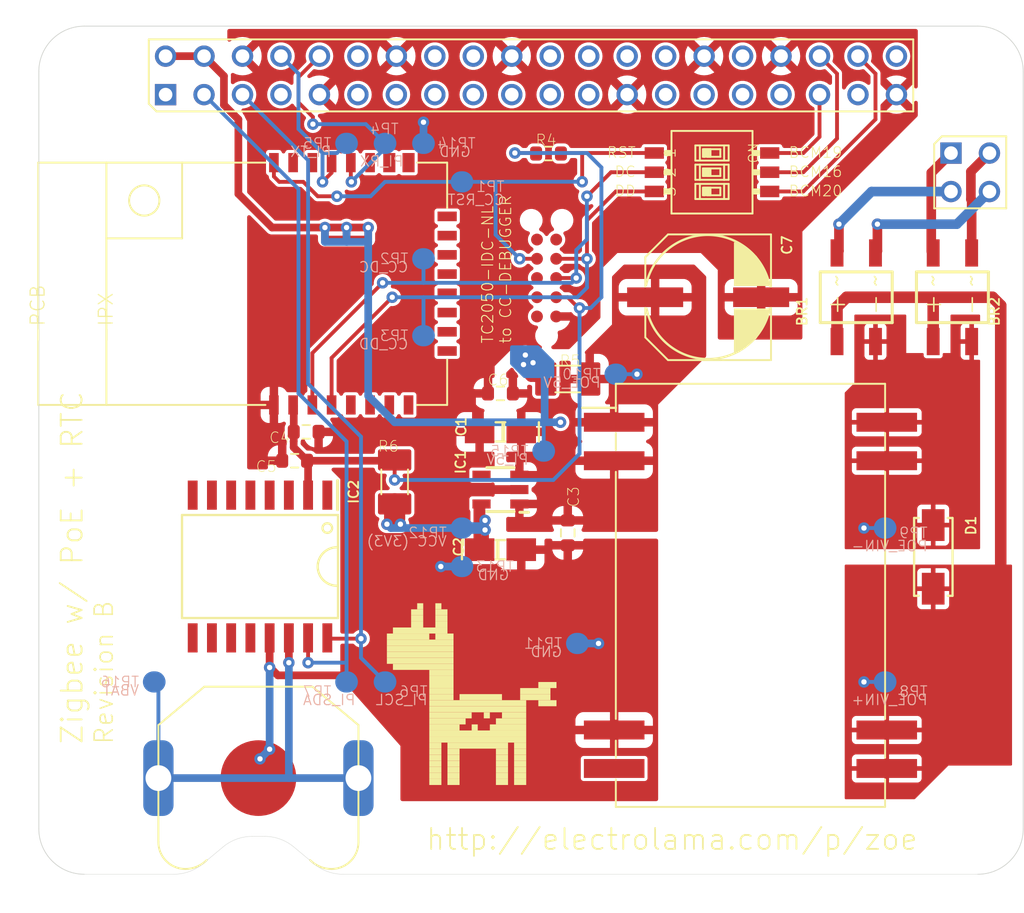
<source format=kicad_pcb>
(kicad_pcb (version 20211014) (generator pcbnew)
  (layers (0 "F.Cu" signal) (31 "B.Cu" signal) (34 "B.Paste" user) (35 "F.Paste" user) (36 "B.SilkS" user "B.Silkscreen") (37 "F.SilkS" user "F.Silkscreen") (38 "B.Mask" user) (39 "F.Mask" user) (44 "Edge.Cuts" user))
  (net 0 "")
  (net 1 "GND")
  (net 2 "POE_VIN+")
  (net 3 "POE_VIN-")
  (net 4 "VB1")
  (net 5 "VB2")
  (net 6 "VA1")
  (net 7 "VA2")
  (net 8 "PI_5V")
  (net 9 "PI_3V3")
  (net 10 "PI_SDA")
  (net 11 "PI_SCL")
  (net 12 "PI_TX")
  (net 13 "PI_RX")
  (net 14 "GP19")
  (net 15 "GP16")
  (net 16 "GP20")
  (net 17 "N$1")
  (net 18 "POE_5V")
  (net 19 "VCC")
  (net 20 "CC_RST")
  (net 21 "CC_DC")
  (net 22 "CC_DD")
  (net 23 "N$2")
  (footprint "boardEagle:SILVERTEL_AG9800M" (layer "F.Cu") (at 162.9911 114.5886 -90)
    (fp_text reference "MOD2" hide)
    (fp_text value "")
  )
  (footprint "boardEagle:_PKG_C_0603" (layer "F.Cu") (at 146.4811 101.2536 180)
    (fp_text reference "C6")
    (fp_text value "2u2")
  )
  (footprint "boardEagle:DIOM5126X250N-NOPOL" (layer "F.Cu") (at 175.0561 112.0486 90)
    (fp_text reference "D1")
    (fp_text value "DIODE-TVS-SMAJ58CA")
  )
  (footprint "boardEagle:ELECTROLAMA" (layer "F.Cu") (at 145.0011 122.5511)
    (fp_text reference "U$1" hide)
    (fp_text value "LOGO-ELECTROLAMA" hide)
  )
  (footprint "boardEagle:_CAP_TANT_A_3216-18R" (layer "F.Cu") (at 146.4811 111.57235 180)
    (fp_text reference "C2")
    (fp_text value "22u")
  )
  (footprint "boardEagle:SOT95P280X145-5N" (layer "F.Cu") (at 146.4811 107.6036 180)
    (fp_text reference "IC1")
    (fp_text value "LDO-TLV70333DBVR")
  )
  (footprint "boardEagle:SOP254P665X270-4N" (layer "F.Cu") (at 169.9761 94.9036 90)
    (fp_text reference "BR1")
    (fp_text value "DIODE-RECTIFIER-MB6S")
  )
  (footprint "boardEagle:_PKG_C_0603" (layer "F.Cu") (at 133.6541 103.7936)
    (fp_text reference "C4")
    (fp_text value "100n")
  )
  (footprint "boardEagle:RPI-HAT-FULL" (layer "F.Cu") (at 116.0011 133.0036)
    (fp_text reference "MOD3" hide)
    (fp_text value "RPI-HAT-FULL")
  )
  (footprint "boardEagle:_PKG_C_0603" (layer "F.Cu") (at 149.6561 85.4136 180)
    (fp_text reference "R4")
    (fp_text value "4K7")
  )
  (footprint "boardEagle:EBYTE-E18-MS1PA1" (layer "F.Cu") (at 129.4631 94.0146 -90)
    (fp_text reference "MOD1" hide)
    (fp_text value "")
  )
  (footprint "boardEagle:_PKG_C_0603" (layer "F.Cu") (at 150.9261 110.4611 -90)
    (fp_text reference "C3")
    (fp_text value "2u2")
  )
  (footprint "boardEagle:TC2050-IDC-NL" (layer "F.Cu") (at 149.5291 97.4436 90)
    (fp_text reference "CON1" hide)
    (fp_text value "" hide)
  )
  (footprint "boardEagle:TP_DUAL_1206" (layer "F.Cu") (at 150.9261 100.3011)
    (fp_text reference "R5")
    (fp_text value "0")
  )
  (footprint "boardEagle:SOIC127P1032X265-16N" (layer "F.Cu") (at 130.6061 112.6836 -90)
    (fp_text reference "IC2")
    (fp_text value "RTC-DS3231SN#")
  )
  (footprint "boardEagle:_PKG_C_0603" (layer "F.Cu") (at 132.8921 105.6986 180)
    (fp_text reference "C5")
    (fp_text value "100n")
  )
  (footprint "boardEagle:_CAP_TANT_A_3216-18R" (layer "F.Cu") (at 146.4811 103.7936)
    (fp_text reference "C1")
    (fp_text value "22u")
  )
  (footprint "boardEagle:TP_DUAL_1206" (layer "F.Cu") (at 139.4961 107.0956 90)
    (fp_text reference "R6")
    (fp_text value "0")
  )
  (footprint "boardEagle:DSHP03TS-S" (layer "F.Cu") (at 160.4511 86.6486 -90)
    (fp_text reference "SW1" hide)
    (fp_text value "" hide)
  )
  (footprint "boardEagle:_CAP_ELCO_D8_L10.5" (layer "F.Cu") (at 160.1971 94.9036 180)
    (fp_text reference "C7")
    (fp_text value "470u")
  )
  (footprint "boardEagle:KEYSTONE_3001" (layer "F.Cu") (at 130.5011 126.6536 180)
    (fp_text reference "BAT1" hide)
    (fp_text value "")
  )
  (footprint "boardEagle:SOP254P665X270-4N" (layer "F.Cu") (at 176.3261 94.9036 90)
    (fp_text reference "BR2")
    (fp_text value "DIODE-RECTIFIER-MB6S")
  )
  (footprint "boardEagle:TP" (layer "B.Cu") (at 136.3211 120.3036 180)
    (fp_text reference "TP7")
    (fp_text value "TP" hide)
  )
  (footprint "boardEagle:TP" (layer "B.Cu") (at 154.1011 99.9836 180)
    (fp_text reference "TP10")
    (fp_text value "TP" hide)
  )
  (footprint "boardEagle:TP" (layer "B.Cu") (at 149.3386 105.0636 180)
    (fp_text reference "TP15")
    (fp_text value "TP" hide)
  )
  (footprint "boardEagle:TP" (layer "B.Cu") (at 141.4011 84.7436 180)
    (fp_text reference "TP14")
    (fp_text value "TP" hide)
  )
  (footprint "boardEagle:TP" (layer "B.Cu") (at 141.4011 97.4436 180)
    (fp_text reference "TP3")
    (fp_text value "TP" hide)
  )
  (footprint "boardEagle:TP" (layer "B.Cu") (at 151.5611 117.7636 180)
    (fp_text reference "TP11")
    (fp_text value "TP" hide)
  )
  (footprint "boardEagle:TP" (layer "B.Cu") (at 141.4011 92.3636 180)
    (fp_text reference "TP2")
    (fp_text value "TP" hide)
  )
  (footprint "boardEagle:TP" (layer "B.Cu") (at 143.9411 87.2836 180)
    (fp_text reference "TP1")
    (fp_text value "TP" hide)
  )
  (footprint "boardEagle:TP" (layer "B.Cu") (at 138.8611 120.3036 180)
    (fp_text reference "TP6")
    (fp_text value "TP" hide)
  )
  (footprint "boardEagle:TP" (layer "B.Cu") (at 136.3211 84.7436 180)
    (fp_text reference "TP5")
    (fp_text value "TP" hide)
  )
  (footprint "boardEagle:TP" (layer "B.Cu") (at 171.8811 110.1436 180)
    (fp_text reference "TP9")
    (fp_text value "TP" hide)
  )
  (footprint "boardEagle:TP" (layer "B.Cu") (at 143.9411 110.1436 180)
    (fp_text reference "TP12")
    (fp_text value "TP" hide)
  )
  (footprint "boardEagle:TP" (layer "B.Cu") (at 143.9411 112.6836 180)
    (fp_text reference "TP13")
    (fp_text value "TP" hide)
  )
  (footprint "boardEagle:TP" (layer "B.Cu") (at 138.8611 84.7436 180)
    (fp_text reference "TP4")
    (fp_text value "TP" hide)
  )
  (footprint "boardEagle:TP" (layer "B.Cu") (at 171.8811 120.3036 180)
    (fp_text reference "TP8")
    (fp_text value "TP" hide)
  )
  (footprint "boardEagle:TP" (layer "B.Cu") (at 123.6211 120.3036 180)
    (fp_text reference "TP16")
    (fp_text value "TP" hide)
  )
  (gr_line (start 154.1011 102.2061) (end 151.8786 102.2061) (layer "F.SilkS") (width 0.1524))
  (gr_line (start 130.91495 130.5036) (end 130.08725 130.5036) (layer "Edge.Cuts") (width 0.0254))
  (gr_arc (start 130.91495 130.503599) (mid 131.936226 130.682785) (end 132.835503 131.198938) (layer "Edge.Cuts") (width 0.0254))
  (gr_line (start 178.0011 77.0036) (end 119.0011 77.0036) (layer "Edge.Cuts") (width 0.05))
  (gr_arc (start 119.0011 133.0036) (mid 116.87978 132.12492) (end 116.0011 130.0036) (layer "Edge.Cuts") (width 0.05))
  (gr_line (start 178.0011 133.0036) (end 136.08725 133.0036) (layer "Edge.Cuts") (width 0.0254))
  (gr_arc (start 178.0011 77.0036) (mid 180.12242 77.88228) (end 181.0011 80.0036) (layer "Edge.Cuts") (width 0.05))
  (gr_line (start 181.0011 130.0036) (end 181.0011 80.0036) (layer "Edge.Cuts") (width 0.05))
  (gr_line (start 128.166696 131.198938) (end 126.835503 132.308266) (layer "Edge.Cuts") (width 0.0254))
  (gr_line (start 134.166696 132.308266) (end 132.835503 131.198938) (layer "Edge.Cuts") (width 0.0254))
  (gr_line (start 116.0011 80.0036) (end 116.0011 130.0036) (layer "Edge.Cuts") (width 0.05))
  (gr_line (start 124.91495 133.0036) (end 119.0011 133.0036) (layer "Edge.Cuts") (width 0.0254))
  (gr_arc (start 181.0011 130.0036) (mid 180.12242 132.12492) (end 178.0011 133.0036) (layer "Edge.Cuts") (width 0.05))
  (gr_arc (start 128.166696 131.198937) (mid 129.065974 130.682785) (end 130.08725 130.5036) (layer "Edge.Cuts") (width 0.0254))
  (gr_arc (start 136.08725 133.0036) (mid 135.065974 132.824416) (end 134.166696 132.308266) (layer "Edge.Cuts") (width 0.0254))
  (gr_arc (start 116.0011 80.0036) (mid 116.87978 77.88228) (end 119.0011 77.0036) (layer "Edge.Cuts") (width 0.05))
  (gr_arc (start 126.835503 132.308266) (mid 125.936226 132.824416) (end 124.91495 133.003601) (layer "Edge.Cuts") (width 0.0254))
  (gr_text "PI_SDA" (at 136.9561 121.8911) (layer "B.SilkS") (effects (font (size 0.6858 0.6858) (thickness 0.0762)) (justify left bottom mirror)))
  (gr_text "PI_5V" (at 148.3861 106.0161) (layer "B.SilkS") (effects (font (size 0.6858 0.6858) (thickness 0.0762)) (justify left bottom mirror)))
  (gr_text "GND" (at 150.6086 118.7161) (layer "B.SilkS") (effects (font (size 0.6858 0.6858) (thickness 0.0762)) (justify left bottom mirror)))
  (gr_text "POE_VIN+" (at 174.7386 121.8911) (layer "B.SilkS") (effects (font (size 0.6858 0.6858) (thickness 0.0762)) (justify left bottom mirror)))
  (gr_text "POE_VIN-" (at 174.7386 111.7311) (layer "B.SilkS") (effects (font (size 0.6858 0.6858) (thickness 0.0762)) (justify left bottom mirror)))
  (gr_text "CC_RST" (at 146.7986 88.8711) (layer "B.SilkS") (effects (font (size 0.6858 0.6858) (thickness 0.0762)) (justify left bottom mirror)))
  (gr_text "VCC (3V3)" (at 142.9886 111.4136) (layer "B.SilkS") (effects (font (size 0.6858 0.6858) (thickness 0.0762)) (justify left bottom mirror)))
  (gr_text "PI_SCL" (at 141.7186 121.8911) (layer "B.SilkS") (effects (font (size 0.6858 0.6858) (thickness 0.0762)) (justify left bottom mirror)))
  (gr_text "VBAT" (at 122.6686 121.2561) (layer "B.SilkS") (effects (font (size 0.6858 0.6858) (thickness 0.0762)) (justify left bottom mirror)))
  (gr_text "POE_5V" (at 153.1486 100.9361) (layer "B.SilkS") (effects (font (size 0.6858 0.6858) (thickness 0.0762)) (justify left bottom mirror)))
  (gr_text "CC_DC" (at 140.4486 93.3161) (layer "B.SilkS") (effects (font (size 0.6858 0.6858) (thickness 0.0762)) (justify left bottom mirror)))
  (gr_text "GND" (at 147.1161 113.6361) (layer "B.SilkS") (effects (font (size 0.6858 0.6858) (thickness 0.0762)) (justify left bottom mirror)))
  (gr_text "CC_DD" (at 140.4486 98.3961) (layer "B.SilkS") (effects (font (size 0.6858 0.6858) (thickness 0.0762)) (justify left bottom mirror)))
  (gr_text "PI_RX" (at 140.1311 86.3311) (layer "B.SilkS") (effects (font (size 0.6858 0.6858) (thickness 0.0762)) (justify left bottom mirror)))
  (gr_text "GND" (at 144.5761 85.6961) (layer "B.SilkS") (effects (font (size 0.6858 0.6858) (thickness 0.0762)) (justify left bottom mirror)))
  (gr_text "PI_TX" (at 135.3686 85.6961) (layer "B.SilkS") (effects (font (size 0.6858 0.6858) (thickness 0.0762)) (justify left bottom mirror)))
  (gr_text "Zigbee w/ PoE + RTC" (at 119.0011 124.5036 90) (layer "F.SilkS") (effects (font (size 1.38 1.38) (thickness 0.12)) (justify left bottom)))
  (gr_text "DD" (at 155.4611 88.2936) (layer "F.SilkS") (effects (font (size 0.70104 0.70104) (thickness 0.06096)) (justify right bottom)))
  (gr_text "RST" (at 155.4611 85.7536) (layer "F.SilkS") (effects (font (size 0.70104 0.70104) (thickness 0.06096)) (justify right bottom)))
  (gr_text "BCM20" (at 165.4786 88.2936) (layer "F.SilkS") (effects (font (size 0.70104 0.70104) (thickness 0.06096)) (justify left bottom)))
  (gr_text "http://electrolama.com/p/zoe" (at 141.5011 131.5036) (layer "F.SilkS") (effects (font (size 1.38 1.38) (thickness 0.12)) (justify left bottom)))
  (gr_text "TC2050-IDC-NL\nto CC-DEBUGGER" (at 147.2511 98.0036 90) (layer "F.SilkS") (effects (font (size 0.736 0.736) (thickness 0.064)) (justify left bottom)))
  (gr_text "Revision B" (at 121.0011 124.5036 90) (layer "F.SilkS") (effects (font (size 1.196 1.196) (thickness 0.104)) (justify left bottom)))
  (gr_text "BCM19" (at 165.4786 85.7536) (layer "F.SilkS") (effects (font (size 0.70104 0.70104) (thickness 0.06096)) (justify left bottom)))
  (gr_text "BCM16" (at 165.4786 87.0236) (layer "F.SilkS") (effects (font (size 0.70104 0.70104) (thickness 0.06096)) (justify left bottom)))
  (gr_text "DC" (at 155.4611 87.0236) (layer "F.SilkS") (effects (font (size 0.70104 0.70104) (thickness 0.06096)) (justify right bottom)))
  (segment (start 130.6061 125.3836) (end 131.2411 124.7486) (width 0.508) (layer "F.Cu") (net 1))
  (segment (start 131.2411 117.3956) (end 131.2411 119.3511) (width 0.508) (layer "F.Cu") (net 1))
  (segment (start 147.7311 107.6036) (end 145.2111 107.6036) (width 0.5842) (layer "F.Cu") (net 1))
  (segment (start 130.5011 125.4886) (end 130.6061 125.3836) (width 0.508) (layer "F.Cu") (net 1))
  (segment (start 144.73485 101.09485) (end 144.73485 103.42235) (width 0.254) (layer "F.Cu") (net 1))
  (segment (start 150.1641 96.1736) (end 150.9261 96.1736) (width 0.508) (layer "F.Cu") (net 1))
  (segment (start 144.8936 101.2536) (end 144.73485 101.09485) (width 0.254) (layer "F.Cu") (net 1))
  (segment (start 130.5011 126.6536) (end 130.5011 125.4886) (width 0.508) (layer "F.Cu") (net 1))
  (segment (start 130.6061 126.5486) (end 130.5011 126.6536) (width 0.508) (layer "F.Cu") (net 1))
  (segment (start 145.6611 101.2536) (end 144.8936 101.2536) (width 0.254) (layer "F.Cu") (net 1))
  (segment (start 131.784062 119.869) (end 137.000365 119.869) (width 0.508) (layer "F.Cu") (net 1))
  (segment (start 144.73485 103.42235) (end 145.1061 103.7936) (width 0.254) (layer "F.Cu") (net 1))
  (segment (start 131.266162 119.3511) (end 131.784062 119.869) (width 0.508) (layer "F.Cu") (net 1))
  (segment (start 131.2411 119.3511) (end 131.266162 119.3511) (width 0.508) (layer "F.Cu") (net 1))
  (segment (start 130.6061 125.3836) (end 130.6061 126.5486) (width 0.508) (layer "F.Cu") (net 1))
  (via (at 142.5441 112.6836) (size 0.7564) (drill 0.35) (layers "F.Cu" "B.Cu") (net 1))
  (via (at 152.9581 117.7636) (size 0.7564) (drill 0.35) (layers "F.Cu" "B.Cu") (net 1))
  (via (at 141.4011 83.3466) (size 0.7564) (drill 0.35) (layers "F.Cu" "B.Cu") (net 1))
  (via (at 130.6061 125.3836) (size 0.7564) (drill 0.35) (layers "F.Cu" "B.Cu") (net 1))
  (via (at 131.2411 119.3511) (size 0.7564) (drill 0.35) (layers "F.Cu" "B.Cu") (net 1))
  (via (at 131.2411 124.7486) (size 0.7564) (drill 0.35) (layers "F.Cu" "B.Cu") (net 1))
  (segment (start 141.4011 84.7436) (end 141.4011 83.3466) (width 0.508) (layer "B.Cu") (net 1))
  (segment (start 151.5611 117.7636) (end 152.9581 117.7636) (width 0.508) (layer "B.Cu") (net 1))
  (segment (start 143.9411 112.6836) (end 142.5441 112.6836) (width 0.508) (layer "B.Cu") (net 1))
  (segment (start 131.2411 124.7486) (end 130.6061 125.3836) (width 0.508) (layer "B.Cu") (net 1))
  (segment (start 131.2411 119.3511) (end 131.2411 124.7486) (width 0.508) (layer "B.Cu") (net 1))
  (segment (start 175.0561 94.9036) (end 178.9691 94.9036) (width 0.762) (layer "F.Cu") (net 2))
  (segment (start 175.0561 97.8286) (end 175.0561 94.9036) (width 0.762) (layer "F.Cu") (net 2))
  (segment (start 178.9691 94.9036) (end 179.5152 95.4497) (width 0.762) (layer "F.Cu") (net 2))
  (segment (start 168.7061 95.5386) (end 169.3411 94.9036) (width 0.762) (layer "F.Cu") (net 2))
  (segment (start 168.7061 97.8286) (end 168.7061 95.5386) (width 0.762) (layer "F.Cu") (net 2))
  (segment (start 179.5152 114.257) (end 179.5011 114.2711) (width 0.762) (layer "F.Cu") (net 2))
  (segment (start 179.5152 95.4497) (end 179.5152 114.257) (width 0.762) (layer "F.Cu") (net 2))
  (segment (start 169.3411 94.9036) (end 175.0561 94.9036) (width 0.762) (layer "F.Cu") (net 2))
  (via (at 170.4841 120.3036) (size 0.7564) (drill 0.35) (layers "F.Cu" "B.Cu") (net 2))
  (segment (start 171.8811 120.3036) (end 170.4841 120.3036) (width 0.254) (layer "B.Cu") (net 2))
  (via (at 170.4841 110.1436) (size 0.7564) (drill 0.35) (layers "F.Cu" "B.Cu") (net 3))
  (segment (start 171.8811 110.1436) (end 170.4841 110.1436) (width 0.254) (layer "B.Cu") (net 3))
  (segment (start 171.3731 91.8516) (end 171.2461 91.9786) (width 0.635) (layer "F.Cu") (net 4))
  (segment (start 171.3731 90.0776) (end 171.3731 91.8516) (width 0.635) (layer "F.Cu") (net 4))
  (via (at 171.3731 90.0776) (size 0.7564) (drill 0.35) (layers "F.Cu" "B.Cu") (net 4))
  (segment (start 178.77085 87.92495) (end 176.6182 90.0776) (width 0.635) (layer "B.Cu") (net 4))
  (segment (start 176.6182 90.0776) (end 171.3731 90.0776) (width 0.635) (layer "B.Cu") (net 4))
  (segment (start 168.8331 91.8516) (end 168.7061 91.9786) (width 0.635) (layer "F.Cu") (net 5))
  (segment (start 168.8331 90.0776) (end 168.8331 91.8516) (width 0.635) (layer "F.Cu") (net 5))
  (via (at 168.8331 90.0776) (size 0.7564) (drill 0.35) (layers "F.Cu" "B.Cu") (net 5))
  (segment (start 176.23085 87.92495) (end 170.98575 87.92495) (width 0.635) (layer "B.Cu") (net 5))
  (segment (start 170.98575 87.92495) (end 168.8331 90.0776) (width 0.635) (layer "B.Cu") (net 5))
  (segment (start 177.54615 86.60965) (end 178.77085 85.38495) (width 0.635) (layer "F.Cu") (net 6))
  (segment (start 177.5961 91.9786) (end 177.5961 88.482188) (width 0.635) (layer "F.Cu") (net 6))
  (segment (start 177.5961 88.482188) (end 177.54615 88.432238) (width 0.635) (layer "F.Cu") (net 6))
  (segment (start 177.54615 88.432238) (end 177.54615 86.60965) (width 0.635) (layer "F.Cu") (net 6))
  (segment (start 176.23085 85.38495) (end 174.9291 86.6867) (width 0.635) (layer "F.Cu") (net 7))
  (segment (start 174.9291 91.8516) (end 175.0561 91.9786) (width 0.635) (layer "F.Cu") (net 7))
  (segment (start 174.9291 86.6867) (end 174.9291 91.8516) (width 0.635) (layer "F.Cu") (net 7))
  (segment (start 134.89235 90.29985) (end 134.89235 91.0936) (width 0.508) (layer "F.Cu") (net 8))
  (segment (start 126.9104 78.98415) (end 128.22485 80.2986) (width 0.508) (layer "F.Cu") (net 8))
  (segment (start 128.22485 80.2986) (end 128.22485 82.2036) (width 0.508) (layer "F.Cu") (net 8))
  (segment (start 148.6401 99.2216) (end 148.634196 99.227504) (width 1.016) (layer "F.Cu") (net 8))
  (segment (start 148.5131 100.1106) (end 148.126196 99.723697) (width 0.762) (layer "F.Cu") (net 8))
  (segment (start 148.126196 99.227504) (end 148.0051 99.3486) (width 1.016) (layer "F.Cu") (net 8))
  (segment (start 137.74985 91.0936) (end 137.74985 90.29985) (width 0.508) (layer "F.Cu") (net 8))
  (segment (start 128.22485 82.2036) (end 129.17735 83.1561) (width 0.508) (layer "F.Cu") (net 8))
  (segment (start 148.634196 99.977697) (end 148.7671 100.1106) (width 0.762) (layer "F.Cu") (net 8))
  (segment (start 134.89235 90.29985) (end 136.3211 90.29985) (width 0.508) (layer "F.Cu") (net 8))
  (segment (start 134.89235 90.29985) (end 131.39985 90.29985) (width 0.508) (layer "F.Cu") (net 8))
  (segment (start 149.4761 100.3011) (end 149.2856 100.1106) (width 0.762) (layer "F.Cu") (net 8))
  (segment (start 136.3211 90.29985) (end 136.3211 91.0936) (width 0.508) (layer "F.Cu") (net 8))
  (segment (start 148.126196 99.723697) (end 148.126196 99.227504) (width 0.762) (layer "F.Cu") (net 8))
  (segment (start 136.3211 91.0936) (end 137.74985 91.0936) (width 0.508) (layer "F.Cu") (net 8))
  (segment (start 131.39985 90.29985) (end 129.17735 88.07735) (width 0.508) (layer "F.Cu") (net 8))
  (segment (start 129.17735 83.1561) (end 129.17735 88.07735) (width 0.508) (layer "F.Cu") (net 8))
  (segment (start 148.634196 99.227504) (end 148.634196 99.977697) (width 0.762) (layer "F.Cu") (net 8))
  (segment (start 134.89235 91.0936) (end 136.3211 91.0936) (width 0.508) (layer "F.Cu") (net 8))
  (segment (start 137.74985 90.29985) (end 136.3211 90.29985) (width 0.508) (layer "F.Cu") (net 8))
  (segment (start 149.2856 100.1106) (end 148.7671 100.1106) (width 0.762) (layer "F.Cu") (net 8))
  (segment (start 124.3704 78.98415) (end 126.9104 78.98415) (width 0.508) (layer "F.Cu") (net 8))
  (segment (start 148.7671 100.1106) (end 148.5131 100.1106) (width 0.762) (layer "F.Cu") (net 8))
  (segment (start 148.126196 98.719504) (end 148.126196 99.227504) (width 0.889) (layer "F.Cu") (net 8))
  (via (at 136.3211 90.29985) (size 0.7564) (drill 0.35) (layers "F.Cu" "B.Cu") (net 8))
  (via (at 134.89235 90.29985) (size 0.7564) (drill 0.35) (layers "F.Cu" "B.Cu") (net 8))
  (via (at 148.126196 98.719504) (size 0.7564) (drill 0.35) (layers "F.Cu" "B.Cu") (net 8))
  (via (at 148.0051 99.3486) (size 0.7564) (drill 0.35) (layers "F.Cu" "B.Cu") (net 8))
  (via (at 137.74985 90.29985) (size 0.7564) (drill 0.35) (layers "F.Cu" "B.Cu") (net 8))
  (via (at 148.634196 99.227504) (size 0.7564) (drill 0.35) (layers "F.Cu" "B.Cu") (net 8))
  (via (at 150.44985 103.1586) (size 0.7564) (drill 0.35) (layers "F.Cu" "B.Cu") (net 8))
  (segment (start 148.1321 98.725407) (end 148.1321 98.7136) (width 0.508) (layer "B.Cu") (net 8))
  (segment (start 137.74985 101.41235) (end 139.4961 103.1586) (width 0.508) (layer "B.Cu") (net 8))
  (segment (start 137.74985 90.29985) (end 137.74985 91.25235) (width 0.508) (layer "B.Cu") (net 8))
  (segment (start 149.4021 103.0951) (end 149.4021 99.4756) (width 0.508) (layer "B.Cu") (net 8))
  (segment (start 136.3211 91.25235) (end 134.89235 91.25235) (width 0.508) (layer "B.Cu") (net 8))
  (segment (start 148.634196 99.227504) (end 148.1321 98.725407) (width 0.508) (layer "B.Cu") (net 8))
  (segment (start 148.1321 98.7136) (end 148.126196 98.719504) (width 0.508) (layer "B.Cu") (net 8))
  (segment (start 149.4021 99.4756) (end 149.1481 99.4756) (width 0.508) (layer "B.Cu") (net 8))
  (segment (start 149.3386 103.1586) (end 149.4021 103.0951) (width 0.508) (layer "B.Cu") (net 8))
  (segment (start 139.4961 103.1586) (end 149.3386 103.1586) (width 0.508) (layer "B.Cu") (net 8))
  (segment (start 148.0051 99.3486) (end 148.3861 98.9676) (width 0.508) (layer "B.Cu") (net 8))
  (segment (start 134.89235 91.25235) (end 134.89235 90.29985) (width 0.508) (layer "B.Cu") (net 8))
  (segment (start 137.74985 91.25235) (end 136.3211 91.25235) (width 0.508) (layer "B.Cu") (net 8))
  (segment (start 149.3386 105.0636) (end 149.3386 103.1586) (width 0.254) (layer "B.Cu") (net 8))
  (segment (start 136.3211 90.29985) (end 136.3211 91.25235) (width 0.508) (layer "B.Cu") (net 8))
  (segment (start 149.3386 103.1586) (end 150.44985 103.1586) (width 0.508) (layer "B.Cu") (net 8))
  (segment (start 137.74985 101.41235) (end 137.74985 91.25235) (width 0.508) (layer "B.Cu") (net 8))
  (segment (start 133.7811 117.3956) (end 133.7811 119.0336) (width 0.254) (layer "F.Cu") (net 10))
  (via (at 133.7811 119.0336) (size 0.7564) (drill 0.35) (layers "F.Cu" "B.Cu") (net 10))
  (segment (start 136.3211 104.4286) (end 136.3211 119.0336) (width 0.254) (layer "B.Cu") (net 10))
  (segment (start 133.1461 101.2536) (end 133.1461 87.75985) (width 0.254) (layer "B.Cu") (net 10))
  (segment (start 133.7811 119.0336) (end 136.3211 119.0336) (width 0.254) (layer "B.Cu") (net 10))
  (segment (start 133.1461 101.2536) (end 136.3211 104.4286) (width 0.254) (layer "B.Cu") (net 10))
  (segment (start 136.3211 119.0336) (end 136.3211 120.3036) (width 0.254) (layer "B.Cu") (net 10))
  (segment (start 133.1461 87.75985) (end 126.9104 81.52415) (width 0.254) (layer "B.Cu") (net 10))
  (segment (start 137.2736 117.4461) (end 135.1016 117.4461) (width 0.254) (layer "F.Cu") (net 11))
  (segment (start 135.1016 117.4461) (end 135.0511 117.3956) (width 0.254) (layer "F.Cu") (net 11))
  (via (at 137.2736 117.4461) (size 0.7564) (drill 0.35) (layers "F.Cu" "B.Cu") (net 11))
  (segment (start 133.7811 85.85485) (end 133.7811 100.6186) (width 0.254) (layer "B.Cu") (net 11))
  (segment (start 137.2736 104.1111) (end 137.2736 117.4461) (width 0.254) (layer "B.Cu") (net 11))
  (segment (start 129.4504 81.52415) (end 133.7811 85.85485) (width 0.254) (layer "B.Cu") (net 11))
  (segment (start 133.7811 100.6186) (end 137.2736 104.1111) (width 0.254) (layer "B.Cu") (net 11))
  (segment (start 137.2736 118.7161) (end 137.2736 117.4461) (width 0.254) (layer "B.Cu") (net 11))
  (segment (start 138.8611 120.3036) (end 137.2736 118.7161) (width 0.254) (layer "B.Cu") (net 11))
  (segment (start 135.3331 86.0146) (end 135.3331 86.6841) (width 0.254) (layer "F.Cu") (net 12))
  (segment (start 135.3331 86.6841) (end 134.7336 87.2836) (width 0.254) (layer "F.Cu") (net 12))
  (segment (start 135.3686 85.9791) (end 135.3331 86.0146) (width 0.254) (layer "F.Cu") (net 12))
  (via (at 134.7336 87.2836) (size 0.7564) (drill 0.35) (layers "F.Cu" "B.Cu") (net 12))
  (segment (start 135.6861 85.3786) (end 134.7336 85.3786) (width 0.254) (layer "B.Cu") (net 12))
  (segment (start 133.1461 83.7911) (end 134.7336 85.3786) (width 0.254) (layer "B.Cu") (net 12))
  (segment (start 131.9904 78.98415) (end 133.1461 80.13985) (width 0.254) (layer "B.Cu") (net 12))
  (segment (start 134.7336 85.3786) (end 134.7336 87.2836) (width 0.254) (layer "B.Cu") (net 12))
  (segment (start 136.3211 84.7436) (end 135.6861 85.3786) (width 0.254) (layer "B.Cu") (net 12))
  (segment (start 133.1461 80.13985) (end 133.1461 83.7911) (width 0.254) (layer "B.Cu") (net 12))
  (segment (start 133.1461 80.36845) (end 133.1461 82.04485) (width 0.254) (layer "F.Cu") (net 13))
  (segment (start 134.5304 78.98415) (end 133.1461 80.36845) (width 0.254) (layer "F.Cu") (net 13))
  (segment (start 136.6386 87.2836) (end 136.6031 87.2481) (width 0.254) (layer "F.Cu") (net 13))
  (segment (start 133.1461 82.04485) (end 134.0986 82.99735) (width 0.254) (layer "F.Cu") (net 13))
  (segment (start 136.6031 87.2481) (end 136.6031 86.0146) (width 0.254) (layer "F.Cu") (net 13))
  (segment (start 134.0986 82.99735) (end 134.0986 83.4736) (width 0.254) (layer "F.Cu") (net 13))
  (segment (start 136.6386 85.9791) (end 136.6031 86.0146) (width 0.254) (layer "F.Cu") (net 13))
  (via (at 136.6386 87.2836) (size 0.7564) (drill 0.35) (layers "F.Cu" "B.Cu") (net 13))
  (via (at 134.0986 83.4736) (size 0.7564) (drill 0.35) (layers "F.Cu" "B.Cu") (net 13))
  (segment (start 138.8611 85.0611) (end 136.6386 87.2836) (width 0.254) (layer "B.Cu") (net 13))
  (segment (start 138.8611 84.7436) (end 138.8611 85.0611) (width 0.254) (layer "B.Cu") (net 13))
  (segment (start 134.0986 83.4736) (end 137.5911 83.4736) (width 0.254) (layer "B.Cu") (net 13))
  (segment (start 137.5911 83.4736) (end 138.8611 84.7436) (width 0.254) (layer "B.Cu") (net 13))
  (segment (start 167.5504 81.52415) (end 167.5504 84.3118) (width 0.254) (layer "F.Cu") (net 14))
  (segment (start 166.4836 85.3786) (end 164.2611 85.3786) (width 0.254) (layer "F.Cu") (net 14))
  (segment (start 167.5504 84.3118) (end 166.4836 85.3786) (width 0.254) (layer "F.Cu") (net 14))
  (segment (start 166.4836 86.6486) (end 164.2611 86.6486) (width 0.254) (layer "F.Cu") (net 15))
  (segment (start 167.5504 78.98415) (end 168.7061 80.13985) (width 0.254) (layer "F.Cu") (net 15))
  (segment (start 168.7061 84.4261) (end 166.4836 86.6486) (width 0.254) (layer "F.Cu") (net 15))
  (segment (start 168.7061 80.13985) (end 168.7061 84.4261) (width 0.254) (layer "F.Cu") (net 15))
  (segment (start 171.2461 83.1561) (end 166.4836 87.9186) (width 0.254) (layer "F.Cu") (net 16))
  (segment (start 170.0904 78.98415) (end 171.2461 80.13985) (width 0.254) (layer "F.Cu") (net 16))
  (segment (start 171.2461 80.13985) (end 171.2461 83.1561) (width 0.254) (layer "F.Cu") (net 16))
  (segment (start 166.4836 87.9186) (end 164.2611 87.9186) (width 0.254) (layer "F.Cu") (net 16))
  (segment (start 132.5111 117.3956) (end 132.5111 119.0336) (width 0.508) (layer "F.Cu") (net 17))
  (via (at 132.5111 119.0336) (size 0.7564) (drill 0.35) (layers "F.Cu" "B.Cu") (net 17))
  (segment (start 123.8971 120.5796) (end 123.6211 120.3036) (width 0.254) (layer "B.Cu") (net 17))
  (segment (start 137.1051 126.6536) (end 132.5111 126.6536) (width 0.508) (layer "B.Cu") (net 17))
  (segment (start 123.8971 126.6536) (end 132.5111 126.6536) (width 0.508) (layer "B.Cu") (net 17))
  (segment (start 123.8971 126.6536) (end 123.8971 120.5796) (width 0.254) (layer "B.Cu") (net 17))
  (segment (start 132.5111 119.0336) (end 132.5111 126.6536) (width 0.508) (layer "B.Cu") (net 17))
  (via (at 155.4981 99.9836) (size 0.7564) (drill 0.35) (layers "F.Cu" "B.Cu") (net 18))
  (segment (start 154.1011 99.9836) (end 155.4981 99.9836) (width 0.254) (layer "B.Cu") (net 18))
  (segment (start 151.6345 95.612) (end 151.704687 95.612) (width 0.254) (layer "F.Cu") (net 19))
  (segment (start 132.8341 103.7936) (end 132.8341 104.4231) (width 0.508) (layer "F.Cu") (net 19))
  (segment (start 147.4336 85.3786) (end 148.8011 85.3786) (width 0.254) (layer "F.Cu") (net 19))
  (segment (start 132.8341 104.4231) (end 132.8286 104.4286) (width 0.508) (layer "F.Cu") (net 19))
  (segment (start 133.7811 105.7676) (end 133.7811 107.9716) (width 0.508) (layer "F.Cu") (net 19))
  (segment (start 139.4961 106.9686) (end 139.4961 105.6456) (width 0.254) (layer "F.Cu") (net 19))
  (segment (start 139.4431 105.6986) (end 139.4961 105.6456) (width 0.508) (layer "F.Cu") (net 19))
  (segment (start 148.8011 85.3786) (end 148.8361 85.4136) (width 0.254) (layer "F.Cu") (net 19))
  (segment (start 150.9261 94.9036) (end 151.6345 95.612) (width 0.254) (layer "F.Cu") (net 19))
  (segment (start 133.7121 105.6986) (end 139.4431 105.6986) (width 0.508) (layer "F.Cu") (net 19))
  (segment (start 132.8286 104.4286) (end 132.8286 104.8151) (width 0.508) (layer "F.Cu") (net 19))
  (segment (start 150.1641 94.9036) (end 150.9261 94.9036) (width 0.254) (layer "F.Cu") (net 19))
  (segment (start 132.7931 102.0146) (end 132.8341 102.0556) (width 0.508) (layer "F.Cu") (net 19))
  (segment (start 133.7121 105.6986) (end 133.7811 105.7676) (width 0.508) (layer "F.Cu") (net 19))
  (segment (start 132.8341 102.0556) (end 132.8341 103.7936) (width 0.508) (layer "F.Cu") (net 19))
  (segment (start 132.8286 104.8151) (end 133.7121 105.6986) (width 0.508) (layer "F.Cu") (net 19))
  (via (at 139.4961 106.9686) (size 0.7564) (drill 0.35) (layers "F.Cu" "B.Cu") (net 19))
  (via (at 151.704687 95.612) (size 0.7564) (drill 0.35) (layers "F.Cu" "B.Cu") (net 19))
  (via (at 147.4336 85.3786) (size 0.7564) (drill 0.35) (layers "F.Cu" "B.Cu") (net 19))
  (segment (start 151.704687 95.612) (end 151.704687 105.237513) (width 0.254) (layer "B.Cu") (net 19))
  (segment (start 153.1486 86.3311) (end 152.1961 85.3786) (width 0.254) (layer "B.Cu") (net 19))
  (segment (start 149.9736 106.9686) (end 139.4961 106.9686) (width 0.254) (layer "B.Cu") (net 19))
  (segment (start 153.1486 94.9036) (end 153.1486 86.3311) (width 0.254) (layer "B.Cu") (net 19))
  (segment (start 151.704687 95.612) (end 152.4402 95.612) (width 0.254) (layer "B.Cu") (net 19))
  (segment (start 151.704687 105.237513) (end 149.9736 106.9686) (width 0.254) (layer "B.Cu") (net 19))
  (segment (start 152.1961 85.3786) (end 147.4336 85.3786) (width 0.254) (layer "B.Cu") (net 19))
  (segment (start 152.4402 95.612) (end 153.1486 94.9036) (width 0.254) (layer "B.Cu") (net 19))
  (segment (start 150.5111 85.3786) (end 150.4761 85.4136) (width 0.254) (layer "F.Cu") (net 20))
  (segment (start 134.4161 88.2361) (end 135.6861 88.2361) (width 0.254) (layer "F.Cu") (net 20))
  (segment (start 133.4636 87.2836) (end 134.4161 88.2361) (width 0.254) (layer "F.Cu") (net 20))
  (segment (start 131.8761 87.2836) (end 133.4636 87.2836) (width 0.254) (layer "F.Cu") (net 20))
  (segment (start 151.8786 87.2765) (end 151.8786 85.3786) (width 0.254) (layer "F.Cu") (net 20))
  (segment (start 151.8786 85.3786) (end 150.5111 85.3786) (width 0.254) (layer "F.Cu") (net 20))
  (segment (start 131.5231 86.0146) (end 131.5231 86.9306) (width 0.254) (layer "F.Cu") (net 20))
  (segment (start 151.8786 85.3786) (end 156.6411 85.3786) (width 0.254) (layer "F.Cu") (net 20))
  (segment (start 131.5231 86.9306) (end 131.8761 87.2836) (width 0.254) (layer "F.Cu") (net 20))
  (segment (start 148.8941 92.3636) (end 147.7511 92.3636) (width 0.254) (layer "F.Cu") (net 20))
  (segment (start 151.8786 87.2765) (end 151.8786 87.2836) (width 0.254) (layer "F.Cu") (net 20))
  (via (at 151.8786 87.2765) (size 0.7564) (drill 0.35) (layers "F.Cu" "B.Cu") (net 20))
  (via (at 135.6861 88.2361) (size 0.7564) (drill 0.35) (layers "F.Cu" "B.Cu") (net 20))
  (via (at 147.7511 92.3636) (size 0.7564) (drill 0.35) (layers "F.Cu" "B.Cu") (net 20))
  (segment (start 146.1636 90.7761) (end 146.1636 87.2836) (width 0.254) (layer "B.Cu") (net 20))
  (segment (start 146.1707 87.2765) (end 151.8786 87.2765) (width 0.254) (layer "B.Cu") (net 20))
  (segment (start 137.9086 88.2361) (end 135.6861 88.2361) (width 0.254) (layer "B.Cu") (net 20))
  (segment (start 138.8611 87.2836) (end 137.9086 88.2361) (width 0.254) (layer "B.Cu") (net 20))
  (segment (start 146.1636 87.2836) (end 143.9411 87.2836) (width 0.254) (layer "B.Cu") (net 20))
  (segment (start 147.7511 92.3636) (end 146.1636 90.7761) (width 0.254) (layer "B.Cu") (net 20))
  (segment (start 143.9411 87.2836) (end 138.8611 87.2836) (width 0.254) (layer "B.Cu") (net 20))
  (segment (start 146.1636 87.2836) (end 146.1707 87.2765) (width 0.254) (layer "B.Cu") (net 20))
  (segment (start 156.6411 86.6486) (end 153.7836 86.6486) (width 0.254) (layer "F.Cu") (net 21))
  (segment (start 153.7836 86.6486) (end 152.1961 88.2361) (width 0.254) (layer "F.Cu") (net 21))
  (segment (start 151.4849 93.6336) (end 150.1641 93.6336) (width 0.254) (layer "F.Cu") (net 21))
  (segment (start 138.70235 93.9511) (end 134.0631 98.59035) (width 0.254) (layer "F.Cu") (net 21))
  (segment (start 134.0631 98.59035) (end 134.0631 102.0146) (width 0.254) (layer "F.Cu") (net 21))
  (via (at 152.1961 88.2361) (size 0.7564) (drill 0.35) (layers "F.Cu" "B.Cu") (net 21))
  (via (at 151.4849 93.6336) (size 0.7564) (drill 0.35) (layers "F.Cu" "B.Cu") (net 21))
  (via (at 138.70235 93.9511) (size 0.7564) (drill 0.35) (layers "F.Cu" "B.Cu") (net 21))
  (segment (start 151.4849 93.6336) (end 151.4877 93.6308) (width 0.254) (layer "B.Cu") (net 21))
  (segment (start 141.4011 92.3636) (end 141.4011 93.9511) (width 0.254) (layer "B.Cu") (net 21))
  (segment (start 152.1881 91.088357) (end 152.1881 88.2441) (width 0.254) (layer "B.Cu") (net 21))
  (segment (start 151.4849 93.659) (end 151.1928 93.9511) (width 0.254) (layer "B.Cu") (net 21))
  (segment (start 151.4877 91.788757) (end 152.1881 91.088357) (width 0.254) (layer "B.Cu") (net 21))
  (segment (start 152.1881 88.2441) (end 152.1961 88.2361) (width 0.254) (layer "B.Cu") (net 21))
  (segment (start 141.4011 93.9511) (end 151.1928 93.9511) (width 0.254) (layer "B.Cu") (net 21))
  (segment (start 151.4849 93.659) (end 151.4849 93.6336) (width 0.254) (layer "B.Cu") (net 21))
  (segment (start 151.4877 91.788757) (end 151.4877 93.6308) (width 0.254) (layer "B.Cu") (net 21))
  (segment (start 141.4011 93.9511) (end 138.70235 93.9511) (width 0.254) (layer "B.Cu") (net 21))
  (segment (start 139.33735 94.9036) (end 135.3331 98.90785) (width 0.254) (layer "F.Cu") (net 22))
  (segment (start 152.1961 92.3636) (end 150.1641 92.3636) (width 0.254) (layer "F.Cu") (net 22))
  (segment (start 152.1961 89.8236) (end 152.1961 92.3636) (width 0.254) (layer "F.Cu") (net 22))
  (segment (start 156.6411 87.9186) (end 154.1011 87.9186) (width 0.254) (layer "F.Cu") (net 22))
  (segment (start 135.3331 98.90785) (end 135.3331 102.0146) (width 0.254) (layer "F.Cu") (net 22))
  (segment (start 154.1011 87.9186) (end 152.1961 89.8236) (width 0.254) (layer "F.Cu") (net 22))
  (via (at 139.33735 94.9036) (size 0.7564) (drill 0.35) (layers "F.Cu" "B.Cu") (net 22))
  (via (at 152.1961 92.3636) (size 0.7564) (drill 0.35) (layers "F.Cu" "B.Cu") (net 22))
  (segment (start 149.9736 94.9036) (end 151.5611 94.9036) (width 0.254) (layer "B.Cu") (net 22))
  (segment (start 139.33735 94.9036) (end 141.4011 94.9036) (width 0.254) (layer "B.Cu") (net 22))
  (segment (start 141.4011 97.4436) (end 141.4011 94.9036) (width 0.254) (layer "B.Cu") (net 22))
  (segment (start 152.1961 94.2686) (end 152.1961 92.3636) (width 0.254) (layer "B.Cu") (net 22))
  (segment (start 151.5611 94.9036) (end 152.1961 94.2686) (width 0.254) (layer "B.Cu") (net 22))
  (segment (start 141.4011 94.9036) (end 149.9736 94.9036) (width 0.254) (layer "B.Cu") (net 22))
  (segment (start 145.2311 108.5536) (end 145.2311 109.4016) (width 0.508) (layer "F.Cu") (net 23))
  (segment (start 145.1061 111.57235) (end 145.1061 110.9276) (width 0.508) (layer "F.Cu") (net 23))
  (segment (start 139.8771 109.8896) (end 139.4961 109.5086) (width 0.508) (layer "F.Cu") (net 23))
  (segment (start 144.9571 110.7786) (end 144.9571 108.8276) (width 0.508) (layer "F.Cu") (net 23))
  (segment (start 145.4651 109.6356) (end 145.4651 110.2706) (width 0.508) (layer "F.Cu") (net 23))
  (segment (start 145.2311 109.4016) (end 145.4651 109.6356) (width 0.508) (layer "F.Cu") (net 23))
  (segment (start 145.1061 110.9276) (end 144.9571 110.7786) (width 0.508) (layer "F.Cu") (net 23))
  (segment (start 144.9571 108.8276) (end 145.2311 108.5536) (width 0.508) (layer "F.Cu") (net 23))
  (segment (start 145.4651 110.2706) (end 145.4651 111.21335) (width 0.508) (layer "F.Cu") (net 23))
  (segment (start 139.4961 109.5086) (end 139.4961 108.5456) (width 1.397) (layer "F.Cu") (net 23))
  (segment (start 139.8771 109.8896) (end 138.9881 109.8896) (width 0.762) (layer "F.Cu") (net 23))
  (segment (start 145.4651 111.21335) (end 145.1061 111.57235) (width 0.508) (layer "F.Cu") (net 23))
  (via (at 145.4651 110.2706) (size 0.7564) (drill 0.35) (layers "F.Cu" "B.Cu") (net 23))
  (via (at 139.8771 109.8896) (size 0.7564) (drill 0.35) (layers "F.Cu" "B.Cu") (net 23))
  (via (at 138.9881 109.8896) (size 0.7564) (drill 0.35) (layers "F.Cu" "B.Cu") (net 23))
  (via (at 145.4651 109.6356) (size 0.7564) (drill 0.35) (layers "F.Cu" "B.Cu") (net 23))
  (segment (start 139.2421 110.1436) (end 138.9881 109.8896) (width 0.508) (layer "B.Cu") (net 23))
  (segment (start 143.9411 110.1436) (end 145.3381 110.1436) (width 0.762) (layer "B.Cu") (net 23))
  (segment (start 145.3381 110.1436) (end 145.4651 110.2706) (width 0.762) (layer "B.Cu") (net 23))
  (segment (start 143.9411 110.1436) (end 139.2421 110.1436) (width 0.508) (layer "B.Cu") (net 23))
  (zone (net 3) (net_name "POE_VIN-") (layer "F.Cu") (priority 6) (connect_pads (clearance 0.000001)) (min_thickness 0.127) (fill yes (thermal_gap 0.304) (thermal_bridge_width 0.304))
    (polygon (pts (xy 173.2781 98.5866) (xy 176.1991 98.5866) (xy 176.1991 96.0466) (xy 178.1549 96.0466) (xy 178.1549 111.5406) (xy 169.2141 111.5406) (xy 169.2141 101.200995) (xy 169.8491 100.565994) (xy 169.8491 96.0466) (xy 173.2781 96.0466)))
  )
  (zone (net 18) (net_name "POE_5V") (layer "F.Cu") (priority 6) (connect_pads (clearance 0.000001)) (min_thickness 0.254) (fill yes (thermal_gap 0.558) (thermal_bridge_width 0.558))
    (polygon (pts (xy 160.0701 93.52839) (xy 160.0701 98.81881) (xy 156.8951 101.99381) (xy 156.8951 110.3976) (xy 146.8621 110.3976) (xy 146.8621 99.87839) (xy 147.64589 99.0946) (xy 151.45589 99.0946) (xy 153.8471 96.70339) (xy 153.8471 93.52839) (xy 154.63089 92.7446) (xy 159.28631 92.7446)))
  )
  (zone (net 2) (net_name "POE_VIN+") (layer "F.Cu") (priority 6) (connect_pads (clearance 0.000001)) (min_thickness 0.127) (fill yes (thermal_gap 0.304) (thermal_bridge_width 0.304))
    (polygon (pts (xy 180.2631 125.8281) (xy 176.061206 125.8281) (xy 173.838705 128.0506) (xy 169.2141 128.0506) (xy 169.2141 112.5566) (xy 180.2631 112.5566)))
  )
  (zone (net 1) (net_name "GND") (layer "F.Cu") (priority 6) (connect_pads (clearance 0.000001)) (min_thickness 0.254) (fill yes (thermal_gap 0.558) (thermal_bridge_width 0.558))
    (polygon (pts (xy 174.0401 82.94381) (xy 166.4201 90.56381) (xy 166.4201 97.6976) (xy 160.8321 97.6976) (xy 160.8321 93.10381) (xy 159.71089 91.9826) (xy 154.20631 91.9826) (xy 153.0851 93.10381) (xy 153.0851 96.27881) (xy 151.03131 98.3326) (xy 147.22131 98.3326) (xy 146.1001 99.45381) (xy 146.1001 110.03839) (xy 146.90381 110.8421) (xy 156.8951 110.8421) (xy 156.8951 128.1776) (xy 139.8771 128.1776) (xy 139.8771 124.527361) (xy 135.90835 120.043283) (xy 135.90835 106.91506) (xy 135.26339 106.2701) (xy 129.756178 106.2701) (xy 129.756178 83.282991) (xy 128.4471 80.88953) (xy 128.4471 77.1871) (xy 174.0401 77.1871)))
  )
  (zone (net 8) (net_name "PI_5V") (layer "B.Cu") (priority 6) (connect_pads (clearance 0.000001)) (min_thickness 0.254) (fill yes (thermal_gap 0.558) (thermal_bridge_width 0.558))
    (polygon (pts (xy 150.0371 99.11639) (xy 150.0371 100.2376) (xy 148.02689 100.2376) (xy 147.1161 99.32681) (xy 147.1161 98.0786) (xy 148.99931 98.0786)))
  )
)
</source>
